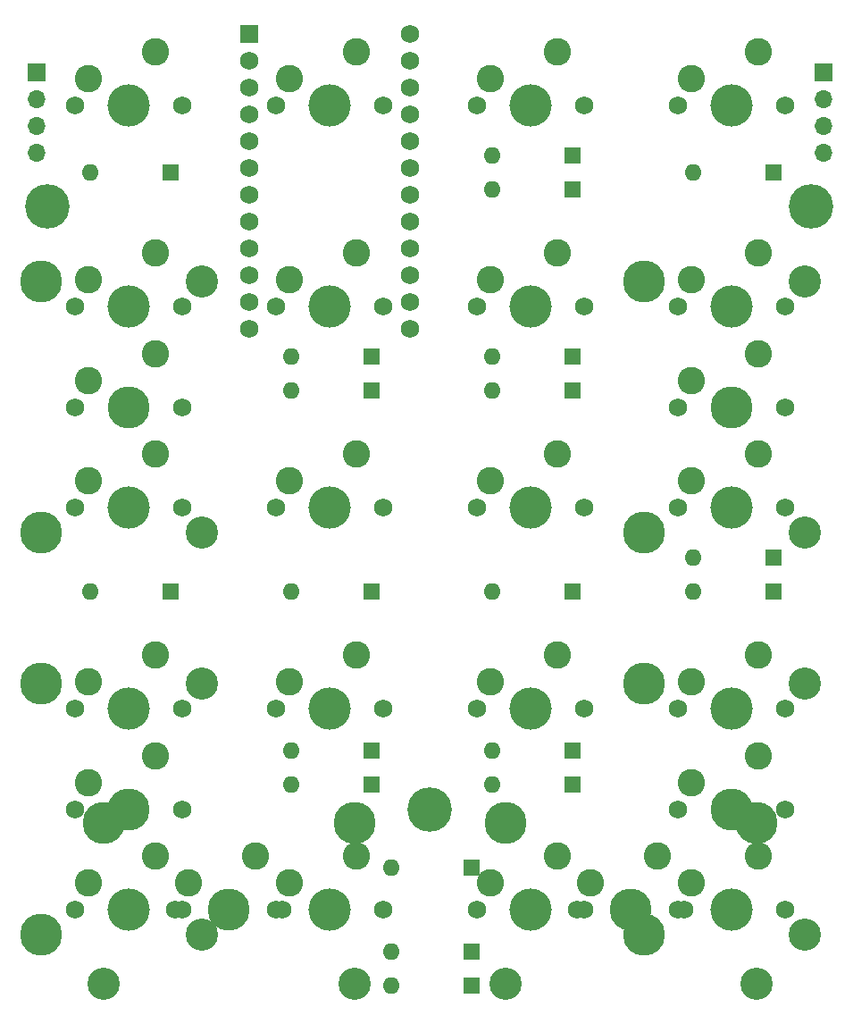
<source format=gbr>
G04 #@! TF.GenerationSoftware,KiCad,Pcbnew,(5.99.0-8711-gbabda304d9)*
G04 #@! TF.CreationDate,2021-01-31T05:22:19-06:00*
G04 #@! TF.ProjectId,65NumpadHATCHED,36354e75-6d70-4616-9448-415443484544,rev?*
G04 #@! TF.SameCoordinates,Original*
G04 #@! TF.FileFunction,Soldermask,Bot*
G04 #@! TF.FilePolarity,Negative*
%FSLAX46Y46*%
G04 Gerber Fmt 4.6, Leading zero omitted, Abs format (unit mm)*
G04 Created by KiCad (PCBNEW (5.99.0-8711-gbabda304d9)) date 2021-01-31 05:22:19*
%MOMM*%
%LPD*%
G01*
G04 APERTURE LIST*
%ADD10C,1.750000*%
%ADD11C,1.700000*%
%ADD12C,4.000000*%
%ADD13C,3.987800*%
%ADD14C,2.600000*%
%ADD15C,3.048000*%
%ADD16R,1.700000X1.700000*%
%ADD17O,1.700000X1.700000*%
%ADD18R,1.752600X1.752600*%
%ADD19C,1.752600*%
%ADD20R,1.600000X1.600000*%
%ADD21O,1.600000X1.600000*%
%ADD22C,4.220000*%
G04 APERTURE END LIST*
D10*
X352901250Y-77787500D03*
X363061250Y-77787500D03*
D11*
X363061250Y-77787500D03*
D12*
X357981250Y-77787500D03*
D13*
X357981250Y-77787500D03*
D11*
X352901250Y-77787500D03*
D14*
X354171250Y-75247500D03*
X360521250Y-72707500D03*
D10*
X344011250Y-96837500D03*
D12*
X338931250Y-96837500D03*
D10*
X333851250Y-96837500D03*
D11*
X333851250Y-96837500D03*
X344011250Y-96837500D03*
D13*
X338931250Y-96837500D03*
D14*
X335121250Y-94297500D03*
X341471250Y-91757500D03*
D11*
X333851250Y-115887500D03*
D13*
X338931250Y-115887500D03*
D12*
X338931250Y-115887500D03*
D10*
X333851250Y-115887500D03*
X344011250Y-115887500D03*
D11*
X344011250Y-115887500D03*
D14*
X335121250Y-113347500D03*
X341471250Y-110807500D03*
D11*
X382111250Y-58737500D03*
D10*
X382111250Y-58737500D03*
D11*
X371951250Y-58737500D03*
D13*
X377031250Y-58737500D03*
D12*
X377031250Y-58737500D03*
D10*
X371951250Y-58737500D03*
D14*
X373221250Y-56197500D03*
X379571250Y-53657500D03*
D10*
X382111250Y-77787500D03*
D11*
X382111250Y-77787500D03*
D13*
X377031250Y-77787500D03*
D12*
X377031250Y-77787500D03*
D11*
X371951250Y-77787500D03*
D10*
X371951250Y-77787500D03*
D14*
X373221250Y-75247500D03*
X379571250Y-72707500D03*
D13*
X338931250Y-58737500D03*
D12*
X338931250Y-58737500D03*
D11*
X333851250Y-58737500D03*
D10*
X344011250Y-58737500D03*
X333851250Y-58737500D03*
D11*
X344011250Y-58737500D03*
D14*
X335121250Y-56197500D03*
X341471250Y-53657500D03*
D11*
X344011250Y-77787500D03*
X333851250Y-77787500D03*
D10*
X333851250Y-77787500D03*
X344011250Y-77787500D03*
D12*
X338931250Y-77787500D03*
D13*
X338931250Y-77787500D03*
D14*
X335121250Y-75247500D03*
X341471250Y-72707500D03*
D10*
X371951250Y-96837500D03*
D12*
X377031250Y-96837500D03*
D11*
X371951250Y-96837500D03*
D13*
X377031250Y-96837500D03*
D11*
X382111250Y-96837500D03*
D10*
X382111250Y-96837500D03*
D14*
X373221250Y-94297500D03*
X379571250Y-91757500D03*
D11*
X371951250Y-115887500D03*
D10*
X371951250Y-115887500D03*
X382111250Y-115887500D03*
D11*
X382111250Y-115887500D03*
D13*
X377031250Y-115887500D03*
D12*
X377031250Y-115887500D03*
D14*
X373221250Y-113347500D03*
X379571250Y-110807500D03*
D13*
X348456250Y-134937500D03*
X336550000Y-126682500D03*
D15*
X336550000Y-141922500D03*
X360362500Y-141922500D03*
D13*
X360362500Y-126682500D03*
D10*
X343376250Y-134937500D03*
X353536250Y-134937500D03*
D14*
X344646250Y-132397500D03*
X350996250Y-129857500D03*
D11*
X363061250Y-115887500D03*
X352901250Y-115887500D03*
D10*
X352901250Y-115887500D03*
D13*
X357981250Y-115887500D03*
D12*
X357981250Y-115887500D03*
D10*
X363061250Y-115887500D03*
D14*
X354171250Y-113347500D03*
X360521250Y-110807500D03*
D11*
X363061250Y-96837500D03*
X352901250Y-96837500D03*
D10*
X352901250Y-96837500D03*
D13*
X357981250Y-96837500D03*
D10*
X363061250Y-96837500D03*
D12*
X357981250Y-96837500D03*
D14*
X354171250Y-94297500D03*
X360521250Y-91757500D03*
D15*
X403066250Y-137318750D03*
D13*
X387826250Y-113506250D03*
X387826250Y-137318750D03*
X396081250Y-125412500D03*
D10*
X391001250Y-125412500D03*
X401161250Y-125412500D03*
D15*
X403066250Y-113506250D03*
D14*
X392271250Y-122872500D03*
X398621250Y-120332500D03*
D10*
X401161250Y-58737500D03*
X391001250Y-58737500D03*
D11*
X391001250Y-58737500D03*
D13*
X396081250Y-58737500D03*
D11*
X401161250Y-58737500D03*
D12*
X396081250Y-58737500D03*
D14*
X392271250Y-56197500D03*
X398621250Y-53657500D03*
D13*
X386556250Y-134937500D03*
D15*
X374650000Y-141922500D03*
D10*
X391636250Y-134937500D03*
D13*
X398462500Y-126682500D03*
D10*
X381476250Y-134937500D03*
D13*
X374650000Y-126682500D03*
D15*
X398462500Y-141922500D03*
D14*
X382746250Y-132397500D03*
X389096250Y-129857500D03*
D10*
X371951250Y-134937500D03*
D12*
X377031250Y-134937500D03*
D10*
X382111250Y-134937500D03*
D11*
X371951250Y-134937500D03*
D13*
X377031250Y-134937500D03*
D11*
X382111250Y-134937500D03*
D14*
X373221250Y-132397500D03*
X379571250Y-129857500D03*
D12*
X338931250Y-134937500D03*
D11*
X344011250Y-134937500D03*
D13*
X338931250Y-134937500D03*
D10*
X333851250Y-134937500D03*
X344011250Y-134937500D03*
D11*
X333851250Y-134937500D03*
D14*
X335121250Y-132397500D03*
X341471250Y-129857500D03*
D10*
X333851250Y-87312500D03*
X344011250Y-87312500D03*
D15*
X345916250Y-75406250D03*
X345916250Y-99218750D03*
D13*
X330676250Y-99218750D03*
X330676250Y-75406250D03*
X338931250Y-87312500D03*
D14*
X335121250Y-84772500D03*
X341471250Y-82232500D03*
D12*
X396081250Y-115887500D03*
D10*
X391001250Y-115887500D03*
X401161250Y-115887500D03*
D13*
X396081250Y-115887500D03*
D11*
X391001250Y-115887500D03*
X401161250Y-115887500D03*
D14*
X392271250Y-113347500D03*
X398621250Y-110807500D03*
D11*
X363061250Y-58737500D03*
D12*
X357981250Y-58737500D03*
D13*
X357981250Y-58737500D03*
D10*
X363061250Y-58737500D03*
X352901250Y-58737500D03*
D11*
X352901250Y-58737500D03*
D14*
X354171250Y-56197500D03*
X360521250Y-53657500D03*
D16*
X404812500Y-55562500D03*
D17*
X404812500Y-58102500D03*
X404812500Y-60642500D03*
X404812500Y-63182500D03*
D18*
X350361250Y-51911250D03*
D19*
X350361250Y-54451250D03*
X350361250Y-56991250D03*
X350361250Y-59531250D03*
X350361250Y-62071250D03*
X350361250Y-64611250D03*
X350361250Y-67151250D03*
X350361250Y-69691250D03*
X350361250Y-72231250D03*
X350361250Y-74771250D03*
X350361250Y-77311250D03*
X350361250Y-79851250D03*
X365601250Y-79851250D03*
X365601250Y-77311250D03*
X365601250Y-74771250D03*
X365601250Y-72231250D03*
X365601250Y-69691250D03*
X365601250Y-67151250D03*
X365601250Y-64611250D03*
X365601250Y-62071250D03*
X365601250Y-59531250D03*
X365601250Y-56991250D03*
X365601250Y-54451250D03*
X365601250Y-51911250D03*
D11*
X401161250Y-96837500D03*
D10*
X401161250Y-96837500D03*
D12*
X396081250Y-96837500D03*
D10*
X391001250Y-96837500D03*
D13*
X396081250Y-96837500D03*
D11*
X391001250Y-96837500D03*
D14*
X392271250Y-94297500D03*
X398621250Y-91757500D03*
D10*
X401161250Y-77787500D03*
X391001250Y-77787500D03*
D11*
X391001250Y-77787500D03*
X401161250Y-77787500D03*
D13*
X396081250Y-77787500D03*
D12*
X396081250Y-77787500D03*
D14*
X392271250Y-75247500D03*
X398621250Y-72707500D03*
D10*
X391001250Y-134937500D03*
D13*
X396081250Y-134937500D03*
D11*
X391001250Y-134937500D03*
D12*
X396081250Y-134937500D03*
D11*
X401161250Y-134937500D03*
D10*
X401161250Y-134937500D03*
D14*
X392271250Y-132397500D03*
X398621250Y-129857500D03*
D15*
X403066250Y-75406250D03*
D10*
X401161250Y-87312500D03*
D13*
X387826250Y-99218750D03*
D10*
X391001250Y-87312500D03*
D13*
X387826250Y-75406250D03*
D15*
X403066250Y-99218750D03*
D13*
X396081250Y-87312500D03*
D14*
X392271250Y-84772500D03*
X398621250Y-82232500D03*
D13*
X338931250Y-125412500D03*
D10*
X344011250Y-125412500D03*
D15*
X345916250Y-137318750D03*
X345916250Y-113506250D03*
D13*
X330676250Y-137318750D03*
D10*
X333851250Y-125412500D03*
D13*
X330676250Y-113506250D03*
D14*
X335121250Y-122872500D03*
X341471250Y-120332500D03*
D11*
X363061250Y-134937500D03*
D10*
X352901250Y-134937500D03*
D12*
X357981250Y-134937500D03*
D11*
X352901250Y-134937500D03*
D13*
X357981250Y-134937500D03*
D10*
X363061250Y-134937500D03*
D14*
X354171250Y-132397500D03*
X360521250Y-129857500D03*
D16*
X330200000Y-55562500D03*
D17*
X330200000Y-58102500D03*
X330200000Y-60642500D03*
X330200000Y-63182500D03*
D20*
X361950000Y-119856250D03*
D21*
X354330000Y-119856250D03*
D20*
X381000000Y-82550000D03*
D21*
X373380000Y-82550000D03*
D20*
X381000000Y-123031250D03*
D21*
X373380000Y-123031250D03*
D20*
X361950000Y-85725000D03*
D21*
X354330000Y-85725000D03*
D20*
X400050000Y-101600000D03*
D21*
X392430000Y-101600000D03*
D20*
X361950000Y-123031250D03*
D21*
X354330000Y-123031250D03*
D20*
X371475000Y-142081250D03*
D21*
X363855000Y-142081250D03*
D20*
X381000000Y-104775000D03*
D21*
X373380000Y-104775000D03*
D20*
X361950000Y-82550000D03*
D21*
X354330000Y-82550000D03*
D22*
X403606000Y-68262500D03*
D20*
X361950000Y-104775000D03*
D21*
X354330000Y-104775000D03*
D20*
X381000000Y-119856250D03*
D21*
X373380000Y-119856250D03*
D20*
X400050000Y-65087500D03*
D21*
X392430000Y-65087500D03*
D20*
X381000000Y-66675000D03*
D21*
X373380000Y-66675000D03*
D20*
X400050000Y-104775000D03*
D21*
X392430000Y-104775000D03*
D20*
X381000000Y-85725000D03*
D21*
X373380000Y-85725000D03*
D22*
X331216000Y-68262500D03*
X367506250Y-125412500D03*
D20*
X342900000Y-104775000D03*
D21*
X335280000Y-104775000D03*
D20*
X371475000Y-130968750D03*
D21*
X363855000Y-130968750D03*
D20*
X371475000Y-138906250D03*
D21*
X363855000Y-138906250D03*
D20*
X342900000Y-65087500D03*
D21*
X335280000Y-65087500D03*
D20*
X381000000Y-63500000D03*
D21*
X373380000Y-63500000D03*
M02*

</source>
